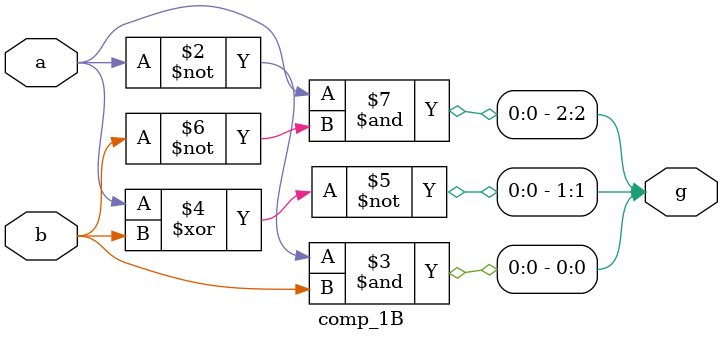
<source format=v>
module comp_1B(a,b,g);
input a,b;
output reg[2:0]g;
//wire a_bar,b_bar;
//
//not n1(a_bar,a);
//not n2(b_bar,b);
//
//and a1(g,b_bar,a);
//and a2(l,a_bar,b);
//xnor x1(e,a,b);

always@(*) begin
g[0]=(~a)&b;
g[1]=~(a^b);
g[2]=a&(~b);
end

endmodule

</source>
